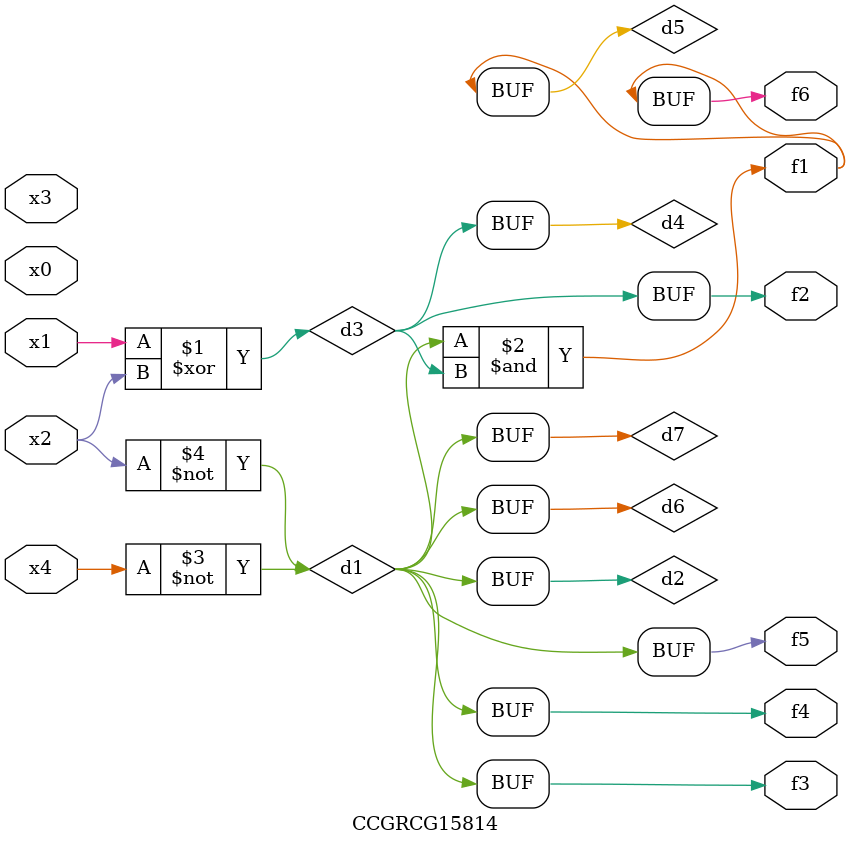
<source format=v>
module CCGRCG15814(
	input x0, x1, x2, x3, x4,
	output f1, f2, f3, f4, f5, f6
);

	wire d1, d2, d3, d4, d5, d6, d7;

	not (d1, x4);
	not (d2, x2);
	xor (d3, x1, x2);
	buf (d4, d3);
	and (d5, d1, d3);
	buf (d6, d1, d2);
	buf (d7, d2);
	assign f1 = d5;
	assign f2 = d4;
	assign f3 = d7;
	assign f4 = d7;
	assign f5 = d7;
	assign f6 = d5;
endmodule

</source>
